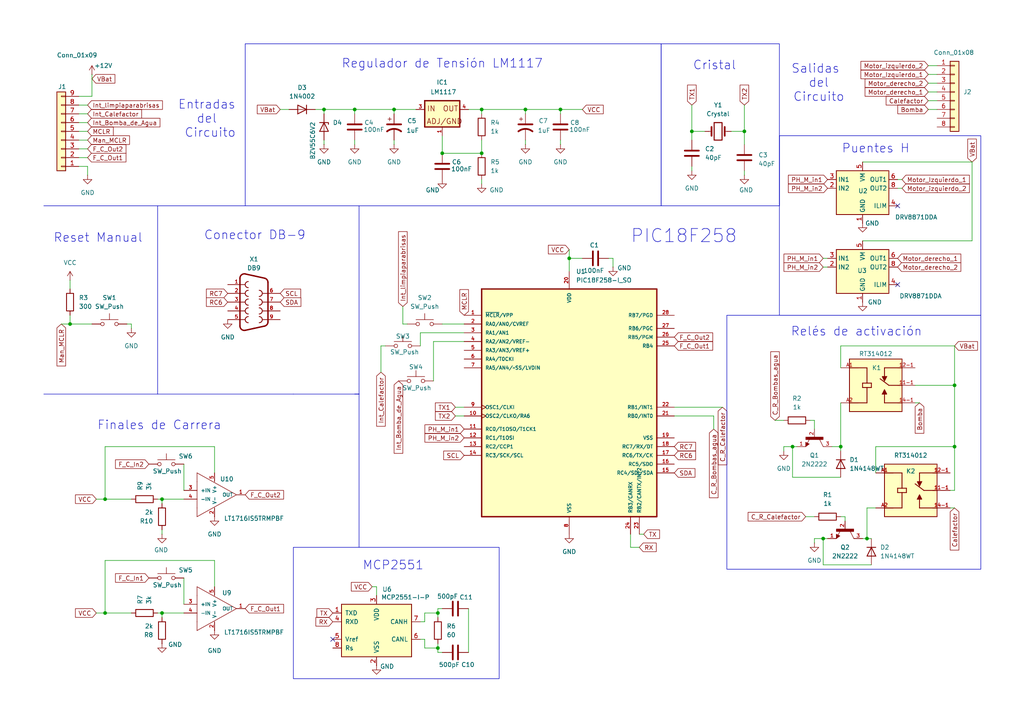
<source format=kicad_sch>
(kicad_sch (version 20250114) (generator "eeschema") (generator_version "9.0")
  (paper "A4")
  (title_block (title "Proyecto - Limpia Parabrisas") (date "2025-03-26") (company "Universidad de Barcelona") (comment 1 "Argibay Manuel, Yang Alex"))
  (rectangle (start 191.77 12.7) (end 226.06 59.69))
  (rectangle (start 85.09 158.75) (end 144.78 196.85))
  (rectangle (start 71.12 12.7) (end 191.77 59.69))
  (rectangle (start 226.06 39.37) (end 284.48 91.44))
  (rectangle (start 210.82 91.44) (end 284.48 165.1))
  (text "Relés de activación" (at 248.412 96.266 0) (effects (font (size 2.54 2.54))))
  (text "Entradas \ndel \nCircuito" (at 60.96 34.544 0) (effects (font (size 2.54 2.54))))
  (text "Cristal" (at 207.264 19.05 0) (effects (font (size 2.54 2.54))))
  (text "Conector DB-9\n" (at 73.914 68.326 0) (effects (font (size 2.54 2.54))))
  (text "PIC18F258\n" (at 198.374 68.58 0) (effects (font (size 3.81 3.81))))
  (text "Regulador de Tensión LM1117" (at 128.27 18.542 0) (effects (font (size 2.54 2.54))))
  (text "Puentes H" (at 254 43.18 0) (effects (font (size 2.54 2.54))))
  (text "MCP2551" (at 114.046 164.084 0) (effects (font (size 2.54 2.54))))
  (text "Reset Manual" (at 28.448 69.088 0) (effects (font (size 2.54 2.54))))
  (text "Finales de Carrera" (at 46.228 123.444 0) (effects (font (size 2.54 2.54))))
  (text "Salidas \ndel\nCircuito" (at 237.49 24.13 0) (effects (font (size 2.54 2.54))))
  (junction (at 139.7 44.45))
  (junction (at 200.66 38.1))
  (junction (at 229.87 129.54))
  (junction (at 215.9 38.1))
  (junction (at 127 187.96))
  (junction (at 30.48 177.8))
  (junction (at 30.48 144.78))
  (junction (at 102.87 31.75))
  (junction (at 46.99 144.78))
  (junction (at 20.32 93.98))
  (junction (at 243.84 129.54))
  (junction (at 127 177.8))
  (junction (at 238.76 156.21))
  (junction (at 251.46 156.21))
  (junction (at 139.7 31.75))
  (junction (at 165.1 74.93))
  (junction (at 276.86 129.54))
  (junction (at 128.27 44.45))
  (junction (at 152.4 31.75))
  (junction (at 276.86 111.76))
  (junction (at 46.99 177.8))
  (junction (at 162.56 31.75))
  (junction (at 93.98 31.75))
  (junction (at 114.3 31.75))
  (no_connect (at 96.52 185.42))
  (no_connect (at 260.35 59.69))
  (no_connect (at 260.35 82.55))
  (wire (pts (xy 276.86 111.76) (xy 276.86 129.54)))
  (wire (pts (xy 182.88 158.75) (xy 182.88 154.94)))
  (wire (pts (xy 46.99 144.78) (xy 46.99 146.05)))
  (wire (pts (xy 125.73 110.49) (xy 125.73 99.06)))
  (wire (pts (xy 53.34 134.62) (xy 53.34 142.24)))
  (wire (pts (xy 224.79 121.92) (xy 227.33 121.92)))
  (wire (pts (xy 238.76 74.93) (xy 240.03 74.93)))
  (wire (pts (xy 243.84 106.68) (xy 243.84 100.33)))
  (wire (pts (xy 269.24 19.05) (xy 271.78 19.05)))
  (polyline (pts (xy 104.14 114.3) (xy 104.14 158.75)))
  (wire (pts (xy 123.19 180.34) (xy 123.19 177.8)))
  (wire (pts (xy 215.9 30.48) (xy 215.9 38.1)))
  (wire (pts (xy 30.48 177.8) (xy 38.1 177.8)))
  (wire (pts (xy 22.86 38.1) (xy 25.4 38.1)))
  (wire (pts (xy 109.22 170.18) (xy 109.22 172.72)))
  (wire (pts (xy 243.84 129.54) (xy 243.84 130.81)))
  (wire (pts (xy 25.4 48.26) (xy 25.4 50.8)))
  (wire (pts (xy 252.73 163.83) (xy 238.76 163.83)))
  (wire (pts (xy 215.9 49.53) (xy 215.9 50.8)))
  (wire (pts (xy 185.42 158.75) (xy 182.88 158.75)))
  (wire (pts (xy 121.92 100.33) (xy 121.92 96.52)))
  (wire (pts (xy 45.72 177.8) (xy 46.99 177.8)))
  (wire (pts (xy 135.89 31.75) (xy 139.7 31.75)))
  (wire (pts (xy 250.19 69.85) (xy 281.94 69.85)))
  (wire (pts (xy 30.48 129.54) (xy 30.48 144.78)))
  (wire (pts (xy 238.76 156.21) (xy 238.76 163.83)))
  (wire (pts (xy 127 177.8) (xy 127 179.07)))
  (wire (pts (xy 22.86 48.26) (xy 25.4 48.26)))
  (wire (pts (xy 236.22 121.92) (xy 236.22 124.46)))
  (wire (pts (xy 233.68 149.86) (xy 236.22 149.86)))
  (wire (pts (xy 241.3 129.54) (xy 243.84 129.54)))
  (wire (pts (xy 269.24 26.67) (xy 271.78 26.67)))
  (wire (pts (xy 177.8 74.93) (xy 177.8 77.47)))
  (wire (pts (xy 265.43 111.76) (xy 276.86 111.76)))
  (wire (pts (xy 22.86 40.64) (xy 25.4 40.64)))
  (wire (pts (xy 110.49 100.33) (xy 111.76 100.33)))
  (wire (pts (xy 116.84 88.9) (xy 116.84 93.98)))
  (wire (pts (xy 227.33 129.54) (xy 229.87 129.54)))
  (wire (pts (xy 127 187.96) (xy 127 186.69)))
  (wire (pts (xy 200.66 30.48) (xy 200.66 38.1)))
  (wire (pts (xy 132.08 118.11) (xy 134.62 118.11)))
  (wire (pts (xy 81.28 31.75) (xy 83.82 31.75)))
  (wire (pts (xy 250.19 156.21) (xy 251.46 156.21)))
  (wire (pts (xy 22.86 45.72) (xy 25.4 45.72)))
  (wire (pts (xy 128.27 93.98) (xy 134.62 93.98)))
  (wire (pts (xy 30.48 144.78) (xy 27.94 144.78)))
  (wire (pts (xy 132.08 120.65) (xy 134.62 120.65)))
  (wire (pts (xy 30.48 162.56) (xy 62.23 162.56)))
  (wire (pts (xy 236.22 157.48) (xy 236.22 156.21)))
  (wire (pts (xy 207.01 124.46) (xy 207.01 120.65)))
  (wire (pts (xy 123.19 187.96) (xy 127 187.96)))
  (wire (pts (xy 30.48 129.54) (xy 62.23 129.54)))
  (wire (pts (xy 93.98 31.75) (xy 102.87 31.75)))
  (wire (pts (xy 123.19 177.8) (xy 127 177.8)))
  (wire (pts (xy 276.86 129.54) (xy 276.86 142.24)))
  (wire (pts (xy 251.46 147.32) (xy 254 147.32)))
  (wire (pts (xy 121.92 96.52) (xy 134.62 96.52)))
  (wire (pts (xy 107.95 170.18) (xy 109.22 170.18)))
  (wire (pts (xy 139.7 31.75) (xy 139.7 33.02)))
  (wire (pts (xy 114.3 40.64) (xy 114.3 41.91)))
  (wire (pts (xy 91.44 31.75) (xy 93.98 31.75)))
  (wire (pts (xy 127 176.53) (xy 127 177.8)))
  (wire (pts (xy 275.59 142.24) (xy 276.86 142.24)))
  (wire (pts (xy 195.58 118.11) (xy 209.55 118.11)))
  (wire (pts (xy 123.19 187.96) (xy 123.19 185.42)))
  (wire (pts (xy 200.66 38.1) (xy 200.66 40.64)))
  (wire (pts (xy 53.34 144.78) (xy 46.99 144.78)))
  (wire (pts (xy 38.1 93.98) (xy 38.1 95.25)))
  (wire (pts (xy 243.84 116.84) (xy 243.84 129.54)))
  (wire (pts (xy 165.1 74.93) (xy 165.1 78.74)))
  (wire (pts (xy 251.46 156.21) (xy 252.73 156.21)))
  (wire (pts (xy 139.7 40.64) (xy 139.7 44.45)))
  (wire (pts (xy 110.49 107.95) (xy 110.49 100.33)))
  (wire (pts (xy 62.23 129.54) (xy 62.23 137.16)))
  (wire (pts (xy 229.87 129.54) (xy 231.14 129.54)))
  (polyline (pts (xy 12.7 114.3) (xy 85.09 114.3)))
  (wire (pts (xy 162.56 31.75) (xy 168.91 31.75)))
  (wire (pts (xy 22.86 27.94) (xy 26.67 27.94)))
  (wire (pts (xy 20.32 81.28) (xy 20.32 83.82)))
  (wire (pts (xy 243.84 149.86) (xy 245.11 149.86)))
  (wire (pts (xy 250.19 46.99) (xy 281.94 46.99)))
  (wire (pts (xy 245.11 149.86) (xy 245.11 151.13)))
  (wire (pts (xy 102.87 31.75) (xy 102.87 33.02)))
  (wire (pts (xy 102.87 40.64) (xy 102.87 41.91)))
  (wire (pts (xy 243.84 100.33) (xy 276.86 100.33)))
  (wire (pts (xy 114.3 31.75) (xy 120.65 31.75)))
  (wire (pts (xy 269.24 31.75) (xy 271.78 31.75)))
  (wire (pts (xy 227.33 130.81) (xy 227.33 129.54)))
  (wire (pts (xy 128.27 176.53) (xy 127 176.53)))
  (wire (pts (xy 36.83 93.98) (xy 38.1 93.98)))
  (wire (pts (xy 260.35 52.07) (xy 261.62 52.07)))
  (wire (pts (xy 162.56 31.75) (xy 162.56 33.02)))
  (wire (pts (xy 30.48 144.78) (xy 38.1 144.78)))
  (wire (pts (xy 128.27 44.45) (xy 139.7 44.45)))
  (wire (pts (xy 125.73 99.06) (xy 134.62 99.06)))
  (wire (pts (xy 165.1 72.39) (xy 165.1 74.93)))
  (wire (pts (xy 45.72 144.78) (xy 46.99 144.78)))
  (wire (pts (xy 215.9 38.1) (xy 215.9 41.91)))
  (wire (pts (xy 234.95 121.92) (xy 236.22 121.92)))
  (wire (pts (xy 229.87 129.54) (xy 229.87 138.43)))
  (wire (pts (xy 46.99 177.8) (xy 46.99 179.07)))
  (wire (pts (xy 93.98 31.75) (xy 93.98 33.02)))
  (wire (pts (xy 17.78 93.98) (xy 20.32 93.98)))
  (wire (pts (xy 20.32 91.44) (xy 20.32 93.98)))
  (wire (pts (xy 281.94 46.99) (xy 281.94 69.85)))
  (wire (pts (xy 139.7 52.07) (xy 139.7 53.34)))
  (wire (pts (xy 135.89 176.53) (xy 135.89 189.23)))
  (wire (pts (xy 269.24 29.21) (xy 271.78 29.21)))
  (wire (pts (xy 114.3 31.75) (xy 114.3 33.02)))
  (wire (pts (xy 200.66 38.1) (xy 204.47 38.1)))
  (wire (pts (xy 207.01 120.65) (xy 195.58 120.65)))
  (wire (pts (xy 243.84 138.43) (xy 229.87 138.43)))
  (wire (pts (xy 165.1 74.93) (xy 168.91 74.93)))
  (wire (pts (xy 139.7 31.75) (xy 152.4 31.75)))
  (wire (pts (xy 186.69 154.94) (xy 185.42 154.94)))
  (wire (pts (xy 22.86 35.56) (xy 25.4 35.56)))
  (wire (pts (xy 22.86 33.02) (xy 25.4 33.02)))
  (wire (pts (xy 269.24 21.59) (xy 271.78 21.59)))
  (wire (pts (xy 20.32 93.98) (xy 26.67 93.98)))
  (wire (pts (xy 254 129.54) (xy 276.86 129.54)))
  (polyline (pts (xy 85.09 114.3) (xy 104.14 114.3)))
  (wire (pts (xy 200.66 48.26) (xy 200.66 49.53)))
  (wire (pts (xy 238.76 156.21) (xy 240.03 156.21)))
  (wire (pts (xy 128.27 39.37) (xy 128.27 44.45)))
  (polyline (pts (xy 102.87 114.3) (xy 104.14 114.3)))
  (wire (pts (xy 152.4 40.64) (xy 152.4 41.91)))
  (wire (pts (xy 176.53 74.93) (xy 177.8 74.93)))
  (wire (pts (xy 53.34 177.8) (xy 46.99 177.8)))
  (wire (pts (xy 269.24 24.13) (xy 271.78 24.13)))
  (wire (pts (xy 93.98 40.64) (xy 93.98 41.91)))
  (wire (pts (xy 30.48 177.8) (xy 27.94 177.8)))
  (polyline (pts (xy 45.72 59.69) (xy 45.72 114.3)))
  (wire (pts (xy 212.09 38.1) (xy 215.9 38.1)))
  (wire (pts (xy 127 187.96) (xy 127 189.23)))
  (wire (pts (xy 121.92 185.42) (xy 123.19 185.42)))
  (wire (pts (xy 238.76 77.47) (xy 240.03 77.47)))
  (wire (pts (xy 152.4 31.75) (xy 152.4 33.02)))
  (wire (pts (xy 22.86 30.48) (xy 25.4 30.48)))
  (wire (pts (xy 260.35 54.61) (xy 261.62 54.61)))
  (wire (pts (xy 22.86 43.18) (xy 25.4 43.18)))
  (wire (pts (xy 53.34 167.64) (xy 53.34 175.26)))
  (wire (pts (xy 236.22 156.21) (xy 238.76 156.21)))
  (wire (pts (xy 30.48 162.56) (xy 30.48 177.8)))
  (wire (pts (xy 121.92 180.34) (xy 123.19 180.34)))
  (wire (pts (xy 276.86 147.32) (xy 275.59 147.32)))
  (wire (pts (xy 26.67 21.59) (xy 26.67 27.94)))
  (wire (pts (xy 102.87 31.75) (xy 114.3 31.75)))
  (wire (pts (xy 127 189.23) (xy 128.27 189.23)))
  (polyline (pts (xy 12.7 59.69) (xy 71.12 59.69)))
  (wire (pts (xy 251.46 156.21) (xy 251.46 147.32)))
  (wire (pts (xy 62.23 162.56) (xy 62.23 170.18)))
  (wire (pts (xy 162.56 40.64) (xy 162.56 41.91)))
  (polyline (pts (xy 104.14 59.69) (xy 104.14 114.3)))
  (wire (pts (xy 116.84 93.98) (xy 118.11 93.98)))
  (wire (pts (xy 276.86 100.33) (xy 276.86 111.76)))
  (wire (pts (xy 254 137.16) (xy 254 129.54)))
  (wire (pts (xy 46.99 153.67) (xy 46.99 154.94)))
  (wire (pts (xy 265.43 116.84) (xy 266.7 116.84)))
  (wire (pts (xy 152.4 31.75) (xy 162.56 31.75)))
  (global_label "C_R_Bombas_agua" (shape input) (at 207.01 124.46 270) (property "Intersheetrefs" "${INTERSHEET_REFS}" (effects (hide yes))))
  (global_label "VBat" (shape input) (at 26.67 22.86 0) (property "Intersheetrefs" "${INTERSHEET_REFS}" (effects (hide yes))))
  (global_label "Calefactor" (shape input) (at 276.86 147.32 270) (property "Intersheetrefs" "${INTERSHEET_REFS}" (effects (hide yes))))
  (global_label "Int_limpiaparabrisas" (shape input) (at 116.84 88.9 90) (property "Intersheetrefs" "${INTERSHEET_REFS}" (effects (hide yes))))
  (global_label "F_C_Out1" (shape input) (at 71.12 176.53 0) (property "Intersheetrefs" "${INTERSHEET_REFS}" (effects (hide yes))))
  (global_label "Motor_derecho_2" (shape input) (at 260.35 77.47 0) (property "Intersheetrefs" "${INTERSHEET_REFS}" (effects (hide yes))))
  (global_label "RX" (shape input) (at 185.42 158.75 0) (property "Intersheetrefs" "${INTERSHEET_REFS}" (effects (hide yes))))
  (global_label "TX1" (shape input) (at 200.66 30.48 90) (property "Intersheetrefs" "${INTERSHEET_REFS}" (effects (hide yes))))
  (global_label "PH_M_in1" (shape input) (at 134.62 124.46 180) (property "Intersheetrefs" "${INTERSHEET_REFS}" (effects (hide yes))))
  (global_label "MCLR" (shape input) (at 134.62 91.44 90) (property "Intersheetrefs" "${INTERSHEET_REFS}" (effects (hide yes))))
  (global_label "Motor_derecho_1" (shape input) (at 269.24 26.67 180) (property "Intersheetrefs" "${INTERSHEET_REFS}" (effects (hide yes))))
  (global_label "F_C_Out2" (shape input) (at 25.4 43.18 0) (property "Intersheetrefs" "${INTERSHEET_REFS}" (effects (hide yes))))
  (global_label "TX2" (shape input) (at 215.9 30.48 90) (property "Intersheetrefs" "${INTERSHEET_REFS}" (effects (hide yes))))
  (global_label "Man_MCLR" (shape input) (at 17.78 93.98 270) (property "Intersheetrefs" "${INTERSHEET_REFS}" (effects (hide yes))))
  (global_label "TX" (shape input) (at 96.52 177.8 180) (property "Intersheetrefs" "${INTERSHEET_REFS}" (effects (hide yes))))
  (global_label "F_C_In1" (shape input) (at 43.18 167.64 180) (property "Intersheetrefs" "${INTERSHEET_REFS}" (effects (hide yes))))
  (global_label "Motor_izquierdo_2" (shape input) (at 269.24 19.05 180) (property "Intersheetrefs" "${INTERSHEET_REFS}" (effects (hide yes))))
  (global_label "VCC" (shape input) (at 107.95 170.18 180) (property "Intersheetrefs" "${INTERSHEET_REFS}" (effects (hide yes))))
  (global_label "Calefactor" (shape input) (at 269.24 29.21 180) (property "Intersheetrefs" "${INTERSHEET_REFS}" (effects (hide yes))))
  (global_label "Int_Calefactor" (shape input) (at 25.4 33.02 0) (property "Intersheetrefs" "${INTERSHEET_REFS}" (effects (hide yes))))
  (global_label "RC7" (shape input) (at 195.58 129.54 0) (property "Intersheetrefs" "${INTERSHEET_REFS}" (effects (hide yes))))
  (global_label "VCC" (shape input) (at 27.94 144.78 180) (property "Intersheetrefs" "${INTERSHEET_REFS}" (effects (hide yes))))
  (global_label "Motor_Izquierdo_1" (shape input) (at 261.62 52.07 0) (property "Intersheetrefs" "${INTERSHEET_REFS}" (effects (hide yes))))
  (global_label "Motor_Izquierdo_1" (shape input) (at 269.24 21.59 180) (property "Intersheetrefs" "${INTERSHEET_REFS}" (effects (hide yes))))
  (global_label "TX" (shape input) (at 186.69 154.94 0) (property "Intersheetrefs" "${INTERSHEET_REFS}" (effects (hide yes))))
  (global_label "RC6" (shape input) (at 66.04 87.63 180) (property "Intersheetrefs" "${INTERSHEET_REFS}" (effects (hide yes))))
  (global_label "F_C_Out2" (shape input) (at 195.58 97.79 0) (property "Intersheetrefs" "${INTERSHEET_REFS}" (effects (hide yes))))
  (global_label "SDA" (shape input) (at 81.28 87.63 0) (property "Intersheetrefs" "${INTERSHEET_REFS}" (effects (hide yes))))
  (global_label "VCC" (shape input) (at 27.94 177.8 180) (property "Intersheetrefs" "${INTERSHEET_REFS}" (effects (hide yes))))
  (global_label "VCC" (shape input) (at 165.1 72.39 180) (property "Intersheetrefs" "${INTERSHEET_REFS}" (effects (hide yes))))
  (global_label "TX2" (shape input) (at 132.08 120.65 180) (property "Intersheetrefs" "${INTERSHEET_REFS}" (effects (hide yes))))
  (global_label "Int_Bomba_de_Agua" (shape input) (at 25.4 35.56 0) (property "Intersheetrefs" "${INTERSHEET_REFS}" (effects (hide yes))))
  (global_label "F_C_Out1" (shape input) (at 25.4 45.72 0) (property "Intersheetrefs" "${INTERSHEET_REFS}" (effects (hide yes))))
  (global_label "RC7" (shape input) (at 66.04 85.09 180) (property "Intersheetrefs" "${INTERSHEET_REFS}" (effects (hide yes))))
  (global_label "Int_Bomba_de_Agua" (shape input) (at 115.57 110.49 270) (property "Intersheetrefs" "${INTERSHEET_REFS}" (effects (hide yes))))
  (global_label "MCLR" (shape input) (at 25.4 38.1 0) (property "Intersheetrefs" "${INTERSHEET_REFS}" (effects (hide yes))))
  (global_label "SDA" (shape input) (at 195.58 137.16 0) (property "Intersheetrefs" "${INTERSHEET_REFS}" (effects (hide yes))))
  (global_label "F_C_Out1" (shape input) (at 195.58 100.33 0) (property "Intersheetrefs" "${INTERSHEET_REFS}" (effects (hide yes))))
  (global_label "Bomba" (shape input) (at 266.7 116.84 270) (property "Intersheetrefs" "${INTERSHEET_REFS}" (effects (hide yes))))
  (global_label "F_C_Out2" (shape input) (at 71.12 143.51 0) (property "Intersheetrefs" "${INTERSHEET_REFS}" (effects (hide yes))))
  (global_label "F_C_In2" (shape input) (at 43.18 134.62 180) (property "Intersheetrefs" "${INTERSHEET_REFS}" (effects (hide yes))))
  (global_label "Int_Calefactor" (shape input) (at 110.49 107.95 270) (property "Intersheetrefs" "${INTERSHEET_REFS}" (effects (hide yes))))
  (global_label "Motor_derecho_1" (shape input) (at 260.35 74.93 0) (property "Intersheetrefs" "${INTERSHEET_REFS}" (effects (hide yes))))
  (global_label "PH_M_in1" (shape input) (at 238.76 74.93 180) (property "Intersheetrefs" "${INTERSHEET_REFS}" (effects (hide yes))))
  (global_label "RC6" (shape input) (at 195.58 132.08 0) (property "Intersheetrefs" "${INTERSHEET_REFS}" (effects (hide yes))))
  (global_label "PH_M_in2" (shape input) (at 134.62 127 180) (property "Intersheetrefs" "${INTERSHEET_REFS}" (effects (hide yes))))
  (global_label "PH_M_in1" (shape input) (at 240.03 52.07 180) (property "Intersheetrefs" "${INTERSHEET_REFS}" (effects (hide yes))))
  (global_label "PH_M_in2" (shape input) (at 238.76 77.47 180) (property "Intersheetrefs" "${INTERSHEET_REFS}" (effects (hide yes))))
  (global_label "VBat" (shape input) (at 276.86 100.33 0) (property "Intersheetrefs" "${INTERSHEET_REFS}" (effects (hide yes))))
  (global_label "C_R_Calefactor" (shape input) (at 209.55 118.11 270) (property "Intersheetrefs" "${INTERSHEET_REFS}" (effects (hide yes))))
  (global_label "TX1" (shape input) (at 132.08 118.11 180) (property "Intersheetrefs" "${INTERSHEET_REFS}" (effects (hide yes))))
  (global_label "VBat" (shape input) (at 281.94 46.99 90) (property "Intersheetrefs" "${INTERSHEET_REFS}" (effects (hide yes))))
  (global_label "RX" (shape input) (at 96.52 180.34 180) (property "Intersheetrefs" "${INTERSHEET_REFS}" (effects (hide yes))))
  (global_label "C_R_Calefactor" (shape input) (at 233.68 149.86 180) (property "Intersheetrefs" "${INTERSHEET_REFS}" (effects (hide yes))))
  (global_label "PH_M_in2" (shape input) (at 240.03 54.61 180) (property "Intersheetrefs" "${INTERSHEET_REFS}" (effects (hide yes))))
  (global_label "Int_limpiaparabrisas" (shape input) (at 25.4 30.48 0) (property "Intersheetrefs" "${INTERSHEET_REFS}" (effects (hide yes))))
  (global_label "Motor_derecho_2" (shape input) (at 269.24 24.13 180) (property "Intersheetrefs" "${INTERSHEET_REFS}" (effects (hide yes))))
  (global_label "VBat" (shape input) (at 81.28 31.75 180) (property "Intersheetrefs" "${INTERSHEET_REFS}" (effects (hide yes))))
  (global_label "Man_MCLR" (shape input) (at 25.4 40.64 0) (property "Intersheetrefs" "${INTERSHEET_REFS}" (effects (hide yes))))
  (global_label "VCC" (shape input) (at 168.91 31.75 0) (property "Intersheetrefs" "${INTERSHEET_REFS}" (effects (hide yes))))
  (global_label "Bomba" (shape input) (at 269.24 31.75 180) (property "Intersheetrefs" "${INTERSHEET_REFS}" (effects (hide yes))))
  (global_label "Motor_izquierdo_2" (shape input) (at 261.62 54.61 0) (property "Intersheetrefs" "${INTERSHEET_REFS}" (effects (hide yes))))
  (global_label "C_R_Bombas_agua" (shape input) (at 224.79 121.92 90) (property "Intersheetrefs" "${INTERSHEET_REFS}" (effects (hide yes))))
  (global_label "SCL" (shape input) (at 81.28 85.09 0) (property "Intersheetrefs" "${INTERSHEET_REFS}" (effects (hide yes))))
  (global_label "SCL" (shape input) (at 134.62 132.08 180) (property "Intersheetrefs" "${INTERSHEET_REFS}" (effects (hide yes))))
  (symbol (lib_id "power:GND") (at 152.4 41.91 0) (unit 1)
    (property "Reference" "#PWR019" (effects (hide yes)))
    (property "Value" "GND" (at 152.4 46.99 0))
    (property "Description" "Power symbol creates a global label with name \"GND\" , ground" (effects (hide yes)))
  )
  (symbol (lib_id "RT314012:RT314012") (at 264.16 142.24 0) (unit 1)
    (property "Reference" "K2" (at 264.16 136.652 0))
    (property "Value" "RT314012" (at 264.16 132.08 0))
    (property "Footprint" "RT314012:RELAY_9-1393239-5" (effects (hide yes)))
    (property "Comment" "9-1393239-5" (effects (hide yes)))
    (property "MF" "TE Connectivity" (effects (hide yes)))
    (property "MAXIMUM_PACKAGE_HEIGHT" "15.7 mm" (effects (hide yes)))
    (property "Package" "None" (effects (hide yes)))
    (property "Price" "None" (effects (hide yes)))
    (property "Check_prices" "https://www.snapeda.com/parts/RT314012/TE+Connectivity+Potter+%2526+Brumfield+Relays/view-part/?ref=eda" (effects (hide yes)))
    (property "STANDARD" "Manufacturer Recommendations" (effects (hide yes)))
    (property "PARTREV" "0120" (effects (hide yes)))
    (property "SnapEDA_Link" "https://www.snapeda.com/parts/RT314012/TE+Connectivity+Potter+%2526+Brumfield+Relays/view-part/?ref=snap" (effects (hide yes)))
    (property "MP" "RT314012" (effects (hide yes)))
    (property "Description_1" "General Purpose Relay SPDT (1 Form C) 12VDC Coil Through Hole" (effects (hide yes)))
    (property "Availability" "In Stock" (effects (hide yes)))
    (property "MANUFACTURER" "TE Connectivity" (effects (hide yes)))
  )
  (symbol (lib_id "Connector_Generic:Conn_01x08") (at 276.86 26.67 0) (unit 1)
    (property "Reference" "J2" (at 279.4 26.6699 0) (effects (justify left)))
    (property "Value" "Conn_01x08" (at 270.764 15.24 0) (effects (justify left)))
    (property "Description" "Generic connector, single row, 01x08, script generated (kicad-library-utils/schlib/autogen/connector/)" (effects (hide yes)))
  )
  (symbol (lib_id "Device:R") (at 231.14 121.92 90) (unit 1)
    (property "Reference" "R2" (at 231.14 115.57 90))
    (property "Value" "1k" (at 231.14 118.11 90))
    (property "Description" "Resistor" (effects (hide yes)))
  )
  (symbol (lib_id "Connector_Generic:Conn_01x09") (at 17.78 38.1 180) (unit 1)
    (property "Reference" "J1" (at 18.034 25.146 0))
    (property "Value" "Conn_01x09" (at 22.352 16.002 0))
    (property "Description" "Generic connector, single row, 01x09, script generated (kicad-library-utils/schlib/autogen/connector/)" (effects (hide yes)))
  )
  (symbol (lib_name "LT1716IS5TRMPBF_1") (lib_id "LT1716IS5TRMPBF:LT1716IS5TRMPBF") (at 41.91 128.27 0) (unit 1)
    (property "Reference" "U10" (at 65.786 138.938 0))
    (property "Value" "LT1716IS5TRMPBF" (at 73.66 150.368 0))
    (property "Footprint" "LT1716IS5TRMPBF:SOT-5_S" (effects (hide yes)))
    (property "DIGIKEY_PART_NUMBER" "LT1716IS5#TRMPBFTRND" (effects (hide yes)))
    (property "MF" "Analog Devices" (effects (hide yes)))
    (property "VENDOR" "Linear Technology" (effects (hide yes)))
    (property "Description_1" "COMPARATOR, 44V, UP, SOT23-5; No. of Comparators:1; Comparator Type:Precision; Response Time:3µs; Output Type:Pull-Up; Current, Supply:40µA; Voltage, Supply Min:2.7V; Voltage, Supply Max:44V; Termination Type:SMD; Case Style:SOT-23; No. of Pins:5; Operating Temperature Range:-40°C to +85°C; Base Number:1716" (effects (hide yes)))
    (property "COPYRIGHT" "Copyright C 2016 Accelerated Designs. All rights reserved" (effects (hide yes)))
    (property "Package" "SOT-5 Analog Devices" (effects (hide yes)))
    (property "Price" "None" (effects (hide yes)))
    (property "Check_prices" "https://www.snapeda.com/parts/LT1716IS5%23TRMPBF/Analog+Devices/view-part/?ref=eda" (effects (hide yes)))
    (property "SnapEDA_Link" "https://www.snapeda.com/parts/LT1716IS5%23TRMPBF/Analog+Devices/view-part/?ref=snap" (effects (hide yes)))
    (property "MP" "LT1716IS5#TRMPBF" (effects (hide yes)))
    (property "Availability" "In Stock" (effects (hide yes)))
    (property "MANUFACTURER_PART_NUMBER" "lt1716is5#trmpbf" (effects (hide yes)))
  )
  (symbol (lib_id "Switch:SW_Push") (at 123.19 93.98 0) (unit 1)
    (property "Reference" "SW2" (at 123.19 86.36 0))
    (property "Value" "SW_Push" (at 123.19 88.9 0))
    (property "Description" "Push button switch, generic, two pins" (effects (hide yes)))
  )
  (symbol (lib_id "power:GND") (at 250.19 64.77 0) (unit 1)
    (property "Reference" "#PWR04" (effects (hide yes)))
    (property "Value" "GND" (at 252.984 64.77 0))
    (property "Description" "Power symbol creates a global label with name \"GND\" , ground" (effects (hide yes)))
  )
  (symbol (lib_name "LT1716IS5TRMPBF_1") (lib_id "LT1716IS5TRMPBF:LT1716IS5TRMPBF") (at 41.91 161.29 0) (unit 1)
    (property "Reference" "U9" (at 65.786 171.958 0))
    (property "Value" "LT1716IS5TRMPBF" (at 73.66 183.388 0))
    (property "Footprint" "LT1716IS5TRMPBF:SOT-5_S" (effects (hide yes)))
    (property "DIGIKEY_PART_NUMBER" "LT1716IS5#TRMPBFTRND" (effects (hide yes)))
    (property "MF" "Analog Devices" (effects (hide yes)))
    (property "VENDOR" "Linear Technology" (effects (hide yes)))
    (property "Description_1" "COMPARATOR, 44V, UP, SOT23-5; No. of Comparators:1; Comparator Type:Precision; Response Time:3µs; Output Type:Pull-Up; Current, Supply:40µA; Voltage, Supply Min:2.7V; Voltage, Supply Max:44V; Termination Type:SMD; Case Style:SOT-23; No. of Pins:5; Operating Temperature Range:-40°C to +85°C; Base Number:1716" (effects (hide yes)))
    (property "COPYRIGHT" "Copyright C 2016 Accelerated Designs. All rights reserved" (effects (hide yes)))
    (property "Package" "SOT-5 Analog Devices" (effects (hide yes)))
    (property "Price" "None" (effects (hide yes)))
    (property "Check_prices" "https://www.snapeda.com/parts/LT1716IS5%23TRMPBF/Analog+Devices/view-part/?ref=eda" (effects (hide yes)))
    (property "SnapEDA_Link" "https://www.snapeda.com/parts/LT1716IS5%23TRMPBF/Analog+Devices/view-part/?ref=snap" (effects (hide yes)))
    (property "MP" "LT1716IS5#TRMPBF" (effects (hide yes)))
    (property "Availability" "In Stock" (effects (hide yes)))
    (property "MANUFACTURER_PART_NUMBER" "lt1716is5#trmpbf" (effects (hide yes)))
  )
  (symbol (lib_id "Switch:SW_Push") (at 48.26 134.62 0) (unit 1)
    (property "Reference" "SW6" (at 53.848 132.334 0))
    (property "Value" "SW_Push" (at 48.514 136.652 0))
    (property "Description" "Push button switch, generic, two pins" (effects (hide yes)))
  )
  (symbol (lib_id "Device:C") (at 102.87 36.83 0) (unit 1)
    (property "Reference" "C4" (at 105.664 35.56 0) (effects (justify left)))
    (property "Value" "100nF" (at 105.41 37.592 0) (effects (justify left)))
    (property "Description" "Unpolarized capacitor" (effects (hide yes)))
  )
  (symbol (lib_id "power:GND") (at 139.7 53.34 0) (unit 1)
    (property "Reference" "#PWR016" (effects (hide yes)))
    (property "Value" "GND" (at 144.018 55.118 0))
    (property "Description" "Power symbol creates a global label with name \"GND\" , ground" (effects (hide yes)))
  )
  (symbol (lib_id "power:GND") (at 114.3 41.91 0) (unit 1)
    (property "Reference" "#PWR018" (effects (hide yes)))
    (property "Value" "GND" (at 114.3 46.99 0))
    (property "Description" "Power symbol creates a global label with name \"GND\" , ground" (effects (hide yes)))
  )
  (symbol (lib_id "power:GND") (at 250.19 87.63 0) (unit 1)
    (property "Reference" "#PWR05" (effects (hide yes)))
    (property "Value" "GND" (at 253.746 87.63 0))
    (property "Description" "Power symbol creates a global label with name \"GND\" , ground" (effects (hide yes)))
  )
  (symbol (lib_id "Device:R") (at 41.91 177.8 270) (unit 1)
    (property "Reference" "R7" (at 40.6399 175.26 0) (effects (justify right)))
    (property "Value" "3k" (at 43.1799 175.26 0) (effects (justify right)))
    (property "Description" "Resistor" (effects (hide yes)))
  )
  (symbol (lib_id "RT314012:RT314012") (at 254 111.76 0) (unit 1)
    (property "Reference" "K1" (at 254.254 106.68 0))
    (property "Value" "RT314012" (at 254 102.616 0))
    (property "Footprint" "RT314012:RELAY_9-1393239-5" (effects (hide yes)))
    (property "Comment" "9-1393239-5" (effects (hide yes)))
    (property "MF" "TE Connectivity" (effects (hide yes)))
    (property "MAXIMUM_PACKAGE_HEIGHT" "15.7 mm" (effects (hide yes)))
    (property "Package" "None" (effects (hide yes)))
    (property "Price" "None" (effects (hide yes)))
    (property "Check_prices" "https://www.snapeda.com/parts/RT314012/TE+Connectivity+Potter+%2526+Brumfield+Relays/view-part/?ref=eda" (effects (hide yes)))
    (property "STANDARD" "Manufacturer Recommendations" (effects (hide yes)))
    (property "PARTREV" "0120" (effects (hide yes)))
    (property "SnapEDA_Link" "https://www.snapeda.com/parts/RT314012/TE+Connectivity+Potter+%2526+Brumfield+Relays/view-part/?ref=snap" (effects (hide yes)))
    (property "MP" "RT314012" (effects (hide yes)))
    (property "Description_1" "General Purpose Relay SPDT (1 Form C) 12VDC Coil Through Hole" (effects (hide yes)))
    (property "Availability" "In Stock" (effects (hide yes)))
    (property "MANUFACTURER" "TE Connectivity" (effects (hide yes)))
  )
  (symbol (lib_id "Interface_CAN_LIN:MCP2551-I-P") (at 109.22 182.88 0) (unit 1)
    (property "Reference" "U6" (at 112.268 170.942 0))
    (property "Value" "MCP2551-I-P" (at 117.602 173.228 0))
    (property "Footprint" "Package_DIP:DIP-8_W7.62mm" (effects (hide yes)))
    (property "Datasheet" "http://ww1.microchip.com/downloads/en/devicedoc/21667d.pdf" (effects (hide yes)))
    (property "Description" "High-Speed CAN Transceiver, 1Mbps, 5V supply, DIP-8" (effects (hide yes)))
  )
  (symbol (lib_id "LM1117:LM1117") (at 128.27 31.75 0) (unit 1)
    (property "Reference" "IC1" (at 128.27 23.876 0))
    (property "Value" "LM1117" (at 128.5954 26.67 0))
    (property "MF" "Texas Instruments" (effects (hide yes)))
    (property "Description_1" "1A Low Dropout Positive Voltage Regulator" (effects (hide yes)))
    (property "Package" "None" (effects (hide yes)))
    (property "Price" "None" (effects (hide yes)))
    (property "SnapEDA_Link" "https://www.snapeda.com/parts/LM1117/Texas+Instruments/view-part/?ref=snap" (effects (hide yes)))
    (property "MP" "LM1117" (effects (hide yes)))
    (property "Availability" "Not in stock" (effects (hide yes)))
    (property "Check_prices" "https://www.snapeda.com/parts/LM1117/Texas+Instruments/view-part/?ref=eda" (effects (hide yes)))
  )
  (symbol (lib_id "Device:R") (at 41.91 144.78 270) (unit 1)
    (property "Reference" "R9" (at 40.6399 142.24 0) (effects (justify right)))
    (property "Value" "3k" (at 43.1799 142.24 0) (effects (justify right)))
    (property "Description" "Resistor" (effects (hide yes)))
  )
  (symbol (lib_id "2N2222:2N2222") (at 245.11 153.67 270) (unit 1)
    (property "Reference" "Q2" (at 245.11 158.75 90))
    (property "Value" "2N2222" (at 245.11 161.29 90))
    (property "Footprint" "2N2222:TO127P580H530-3" (effects (hide yes)))
    (property "MF" "STMicroelectronics" (effects (hide yes)))
    (property "MAXIMUM_PACKAGE_HEIGHT" "7.3 mm" (effects (hide yes)))
    (property "Package" "TO-18 Texas Instruments" (effects (hide yes)))
    (property "Price" "None" (effects (hide yes)))
    (property "Check_prices" "https://www.snapeda.com/parts/2N2222/STMicroelectronics/view-part/?ref=eda" (effects (hide yes)))
    (property "STANDARD" "IPC 7351B" (effects (hide yes)))
    (property "PARTREV" "January 1989" (effects (hide yes)))
    (property "SnapEDA_Link" "https://www.snapeda.com/parts/2N2222/STMicroelectronics/view-part/?ref=snap" (effects (hide yes)))
    (property "MP" "2N2222" (effects (hide yes)))
    (property "Description_1" "Bipolar (BJT) Transistor NPN 30 V 600 mA 250MHz 500 mW Through Hole TO-18" (effects (hide yes)))
    (property "Availability" "Not in stock" (effects (hide yes)))
    (property "MANUFACTURER" "STMicroelectronics" (effects (hide yes)))
  )
  (symbol (lib_id "Device:C_Polarized_US") (at 114.3 36.83 0) (unit 1)
    (property "Reference" "C5" (at 118.11 35.052 0) (effects (justify left)))
    (property "Value" "1uF" (at 117.856 37.846 0) (effects (justify left)))
    (property "Description" "Polarized capacitor, US symbol" (effects (hide yes)))
  )
  (symbol (lib_id "Device:C") (at 132.08 189.23 90) (unit 1)
    (property "Reference" "C10" (at 137.668 192.786 90) (effects (justify left)))
    (property "Value" "500pF" (at 133.35 192.786 90) (effects (justify left)))
    (property "Description" "Unpolarized capacitor" (effects (hide yes)))
  )
  (symbol (lib_id "power:GND") (at 93.98 41.91 0) (unit 1)
    (property "Reference" "#PWR015" (effects (hide yes)))
    (property "Value" "GND" (at 93.98 46.99 0))
    (property "Description" "Power symbol creates a global label with name \"GND\" , ground" (effects (hide yes)))
  )
  (symbol (lib_id "Switch:SW_Push") (at 120.65 110.49 0) (unit 1)
    (property "Reference" "SW4" (at 120.65 106.426 0))
    (property "Value" "SW_Push" (at 120.904 112.522 0))
    (property "Description" "Push button switch, generic, two pins" (effects (hide yes)))
  )
  (symbol (lib_id "power:GND") (at 46.99 154.94 0) (unit 1)
    (property "Reference" "#PWR024" (effects (hide yes)))
    (property "Value" "GND" (at 46.736 159.512 0))
    (property "Description" "Power symbol creates a global label with name \"GND\" , ground" (effects (hide yes)))
  )
  (symbol (lib_id "2N2222:2N2222") (at 236.22 127 270) (unit 1)
    (property "Reference" "Q1" (at 236.22 132.08 90))
    (property "Value" "2N2222" (at 236.22 134.62 90))
    (property "Footprint" "2N2222:TO127P580H530-3" (effects (hide yes)))
    (property "MF" "STMicroelectronics" (effects (hide yes)))
    (property "MAXIMUM_PACKAGE_HEIGHT" "7.3 mm" (effects (hide yes)))
    (property "Package" "TO-18 Texas Instruments" (effects (hide yes)))
    (property "Price" "None" (effects (hide yes)))
    (property "Check_prices" "https://www.snapeda.com/parts/2N2222/STMicroelectronics/view-part/?ref=eda" (effects (hide yes)))
    (property "STANDARD" "IPC 7351B" (effects (hide yes)))
    (property "PARTREV" "January 1989" (effects (hide yes)))
    (property "SnapEDA_Link" "https://www.snapeda.com/parts/2N2222/STMicroelectronics/view-part/?ref=snap" (effects (hide yes)))
    (property "MP" "2N2222" (effects (hide yes)))
    (property "Description_1" "Bipolar (BJT) Transistor NPN 30 V 600 mA 250MHz 500 mW Through Hole TO-18" (effects (hide yes)))
    (property "Availability" "Not in stock" (effects (hide yes)))
    (property "MANUFACTURER" "STMicroelectronics" (effects (hide yes)))
  )
  (symbol (lib_id "power:GND") (at 227.33 130.81 0) (unit 1)
    (property "Reference" "#PWR08" (effects (hide yes)))
    (property "Value" "GND" (at 227.33 135.89 0))
    (property "Description" "Power symbol creates a global label with name \"GND\" , ground" (effects (hide yes)))
  )
  (symbol (lib_id "power:GND") (at 215.9 50.8 0) (unit 1)
    (property "Reference" "#PWR014" (effects (hide yes)))
    (property "Value" "GND" (at 216.408 55.118 0))
    (property "Description" "Power symbol creates a global label with name \"GND\" , ground" (effects (hide yes)))
  )
  (symbol (lib_id "Switch:SW_Push") (at 31.75 93.98 0) (unit 1)
    (property "Reference" "SW1" (at 31.75 86.36 0))
    (property "Value" "SW_Push" (at 31.75 88.9 0))
    (property "Description" "Push button switch, generic, two pins" (effects (hide yes)))
  )
  (symbol (lib_id "Device:R") (at 20.32 87.63 180) (unit 1)
    (property "Reference" "R3" (at 22.86 86.3599 0) (effects (justify right)))
    (property "Value" "300" (at 22.86 88.8999 0) (effects (justify right)))
    (property "Description" "Resistor" (effects (hide yes)))
  )
  (symbol (lib_id "power:GND") (at 62.23 182.88 0) (unit 1)
    (property "Reference" "#PWR023" (effects (hide yes)))
    (property "Value" "GND" (at 62.23 188.722 0))
    (property "Description" "Power symbol creates a global label with name \"GND\" , ground" (effects (hide yes)))
  )
  (symbol (lib_id "power:+12V") (at 26.67 21.59 0) (unit 1)
    (property "Reference" "#PWR01" (effects (hide yes)))
    (property "Value" "+12V" (at 29.972 19.05 0))
    (property "Description" "Power symbol creates a global label with name \"+12V\"" (effects (hide yes)))
  )
  (symbol (lib_id "Device:C") (at 132.08 176.53 90) (unit 1)
    (property "Reference" "C11" (at 137.16 173.228 90) (effects (justify left)))
    (property "Value" "500pF" (at 132.842 172.974 90) (effects (justify left)))
    (property "Description" "Unpolarized capacitor" (effects (hide yes)))
  )
  (symbol (lib_id "Device:C") (at 172.72 74.93 90) (unit 1)
    (property "Reference" "C1" (at 173.736 71.12 90) (effects (justify left)))
    (property "Value" "100nF" (at 175.26 78.486 90) (effects (justify left)))
    (property "Description" "Unpolarized capacitor" (effects (hide yes)))
  )
  (symbol (lib_id "power:GND") (at 66.04 92.71 0) (unit 1)
    (property "Reference" "#PWR021" (effects (hide yes)))
    (property "Value" "GND" (at 66.04 97.79 0))
    (property "Description" "Power symbol creates a global label with name \"GND\" , ground" (effects (hide yes)))
  )
  (symbol (lib_id "Diode:1N4148WT") (at 252.73 160.02 270) (unit 1)
    (property "Reference" "D2" (at 255.27 158.7499 90) (effects (justify left)))
    (property "Value" "1N4148WT" (at 255.27 161.2899 90) (effects (justify left)))
    (property "Footprint" "Diode_SMD:D_SOD-523" (effects (hide yes)))
    (property "Datasheet" "https://www.diodes.com/assets/Datasheets/ds30396.pdf" (effects (hide yes)))
    (property "Description" "75V 0.15A Fast switching Diode, SOD-523" (effects (hide yes)))
    (property "Sim.Device" "D" (effects (hide yes)))
    (property "Sim.Pins" "1=K 2=A" (effects (hide yes)))
  )
  (symbol (lib_id "Device:R") (at 127 182.88 180) (unit 1)
    (property "Reference" "R6" (at 129.54 181.6099 0) (effects (justify right)))
    (property "Value" "60" (at 129.54 184.1499 0) (effects (justify right)))
    (property "Description" "Resistor" (effects (hide yes)))
  )
  (symbol (lib_id "power:GND") (at 177.8 77.47 0) (unit 1)
    (property "Reference" "#PWR010" (effects (hide yes)))
    (property "Value" "GND" (at 181.102 77.724 0))
    (property "Description" "Power symbol creates a global label with name \"GND\" , ground" (effects (hide yes)))
  )
  (symbol (lib_id "power:GND") (at 109.22 193.04 0) (unit 1)
    (property "Reference" "#PWR07" (effects (hide yes)))
    (property "Value" "GND" (at 112.268 193.294 0))
    (property "Description" "Power symbol creates a global label with name \"GND\" , ground" (effects (hide yes)))
  )
  (symbol (lib_id "power:GND") (at 162.56 41.91 0) (unit 1)
    (property "Reference" "#PWR020" (effects (hide yes)))
    (property "Value" "GND" (at 162.56 46.99 0))
    (property "Description" "Power symbol creates a global label with name \"GND\" , ground" (effects (hide yes)))
  )
  (symbol (lib_id "Device:C") (at 215.9 45.72 0) (unit 1)
    (property "Reference" "C3" (at 219.964 44.958 0) (effects (justify left)))
    (property "Value" "40pF" (at 219.964 47.498 0) (effects (justify left)))
    (property "Description" "Unpolarized capacitor" (effects (hide yes)))
  )
  (symbol (lib_id "power:VCC") (at 20.32 81.28 0) (unit 1)
    (property "Reference" "#PWR011" (effects (hide yes)))
    (property "Value" "VCC" (at 20.32 76.2 0))
    (property "Description" "Power symbol creates a global label with name \"VCC\"" (effects (hide yes)))
  )
  (symbol (lib_id "power:GND") (at 25.4 50.8 0) (unit 1)
    (property "Reference" "#PWR02" (effects (hide yes)))
    (property "Value" "GND" (at 25.4 55.88 0))
    (property "Description" "Power symbol creates a global label with name \"GND\" , ground" (effects (hide yes)))
  )
  (symbol (lib_id "Device:R") (at 139.7 36.83 180) (unit 1)
    (property "Reference" "R4" (at 142.24 35.5599 0) (effects (justify right)))
    (property "Value" "1k" (at 142.24 38.0999 0) (effects (justify right)))
    (property "Description" "Resistor" (effects (hide yes)))
  )
  (symbol (lib_id "power:GND") (at 46.99 186.69 0) (unit 1)
    (property "Reference" "#PWR026" (effects (hide yes)))
    (property "Value" "GND" (at 50.8 186.944 0))
    (property "Description" "Power symbol creates a global label with name \"GND\" , ground" (effects (hide yes)))
  )
  (symbol (lib_id "power:GND") (at 200.66 49.53 0) (unit 1)
    (property "Reference" "#PWR013" (effects (hide yes)))
    (property "Value" "GND" (at 200.66 54.61 0))
    (property "Description" "Power symbol creates a global label with name \"GND\" , ground" (effects (hide yes)))
  )
  (symbol (lib_id "power:GND") (at 38.1 95.25 0) (unit 1)
    (property "Reference" "#PWR012" (effects (hide yes)))
    (property "Value" "GND" (at 38.1 100.33 0))
    (property "Description" "Power symbol creates a global label with name \"GND\" , ground" (effects (hide yes)))
  )
  (symbol (lib_id "Driver_Motor:DRV8871DDA") (at 250.19 54.61 0) (unit 1)
    (property "Reference" "U2" (at 248.92 55.372 0) (effects (justify left)))
    (property "Value" "DRV8871DDA" (at 259.588 62.992 0) (effects (justify left)))
    (property "Footprint" "Package_SO:Texas_HTSOP-8-1EP_3.9x4.9mm_P1.27mm_EP2.95x4.9mm_Mask2.4x3.1mm_ThermalVias" (effects (hide yes)))
    (property "Datasheet" "http://www.ti.com/lit/ds/symlink/drv8871.pdf" (effects (hide yes)))
    (property "Description" "Brushed DC Motor Driver, PWM Control, 45V, 3.6A, Current limiting, HTSOP-8" (effects (hide yes)))
  )
  (symbol (lib_id "Device:C") (at 200.66 44.45 0) (unit 1)
    (property "Reference" "C2" (at 204.47 43.1799 0) (effects (justify left)))
    (property "Value" "40pF" (at 204.47 45.7199 0) (effects (justify left)))
    (property "Description" "Unpolarized capacitor" (effects (hide yes)))
  )
  (symbol (lib_id "Device:R") (at 240.03 149.86 90) (unit 1)
    (property "Reference" "R1" (at 240.03 143.51 90))
    (property "Value" "1k" (at 240.03 146.05 90))
    (property "Description" "Resistor" (effects (hide yes)))
  )
  (symbol (lib_id "Device:Crystal") (at 208.28 38.1 0) (unit 1)
    (property "Reference" "Y1" (at 208.28 30.48 0))
    (property "Value" "Crystal" (at 208.28 33.02 0))
    (property "Description" "Two pin crystal" (effects (hide yes)))
  )
  (symbol (lib_id "Device:R") (at 46.99 182.88 0) (unit 1)
    (property "Reference" "R8" (at 44.45 184.1501 0) (effects (justify right)))
    (property "Value" "2k" (at 44.45 181.6101 0) (effects (justify right)))
    (property "Description" "Resistor" (effects (hide yes)))
  )
  (symbol (lib_id "Diode:BZV55C6V2") (at 93.98 36.83 270) (unit 1)
    (property "Reference" "D4" (at 96.52 35.5599 90) (effects (justify left)))
    (property "Value" "BZV55C6V2" (at 90.678 35.306 0) (effects (justify left)))
    (property "Footprint" "Diode_SMD:D_MiniMELF" (effects (hide yes)))
    (property "Datasheet" "https://assets.nexperia.com/documents/data-sheet/BZV55_SER.pdf" (effects (hide yes)))
    (property "Description" "6.2V, 500mW, 5%, Zener diode, MiniMELF" (effects (hide yes)))
  )
  (symbol (lib_id "Device:R") (at 139.7 48.26 180) (unit 1)
    (property "Reference" "R5" (at 142.24 46.9899 0) (effects (justify right)))
    (property "Value" "1k" (at 142.24 49.5299 0) (effects (justify right)))
    (property "Description" "Resistor" (effects (hide yes)))
  )
  (symbol (lib_id "Device:C") (at 128.27 48.26 0) (unit 1)
    (property "Reference" "C6" (at 131.064 46.99 0) (effects (justify left)))
    (property "Value" "100nF" (at 130.81 49.022 0) (effects (justify left)))
    (property "Description" "Unpolarized capacitor" (effects (hide yes)))
  )
  (symbol (lib_id "DB9:DB9") (at 73.66 87.63 0) (unit 1)
    (property "Reference" "X1" (at 73.66 75.184 0))
    (property "Value" "DB9" (at 73.66 77.724 0))
    (property "Footprint" "DB9:DB9" (effects (hide yes)))
    (property "MF" "Tripp Lite" (effects (hide yes)))
    (property "Description_1" "Surge Suppressor, Network, For Data/Comm, Inline, Term, Clamp-V 18V | Tripp Lite DB9" (effects (hide yes)))
    (property "Package" "None" (effects (hide yes)))
    (property "Price" "None" (effects (hide yes)))
    (property "SnapEDA_Link" "https://www.snapeda.com/parts/DB9/Tripp+Lite/view-part/?ref=snap" (effects (hide yes)))
    (property "MP" "DB9" (effects (hide yes)))
    (property "Availability" "In Stock" (effects (hide yes)))
    (property "Check_prices" "https://www.snapeda.com/parts/DB9/Tripp+Lite/view-part/?ref=eda" (effects (hide yes)))
  )
  (symbol (lib_id "power:GND") (at 128.27 52.07 0) (unit 1)
    (property "Reference" "#PWR03" (effects (hide yes)))
    (property "Value" "GND" (at 125.476 55.118 0))
    (property "Description" "Power symbol creates a global label with name \"GND\" , ground" (effects (hide yes)))
  )
  (symbol (lib_id "Switch:SW_Push") (at 48.26 167.64 0) (unit 1)
    (property "Reference" "SW5" (at 53.848 165.354 0))
    (property "Value" "SW_Push" (at 48.514 169.672 0))
    (property "Description" "Push button switch, generic, two pins" (effects (hide yes)))
  )
  (symbol (lib_id "Switch:SW_Push") (at 116.84 100.33 0) (unit 1)
    (property "Reference" "SW3" (at 116.84 97.536 0))
    (property "Value" "SW_Push" (at 117.348 102.108 0))
    (property "Description" "Push button switch, generic, two pins" (effects (hide yes)))
  )
  (symbol (lib_id "power:GND") (at 62.23 149.86 0) (unit 1)
    (property "Reference" "#PWR025" (effects (hide yes)))
    (property "Value" "GND" (at 62.23 154.94 0))
    (property "Description" "Power symbol creates a global label with name \"GND\" , ground" (effects (hide yes)))
  )
  (symbol (lib_id "Device:C") (at 162.56 36.83 0) (unit 1)
    (property "Reference" "C8" (at 165.354 35.56 0) (effects (justify left)))
    (property "Value" "100nF" (at 165.1 37.592 0) (effects (justify left)))
    (property "Description" "Unpolarized capacitor" (effects (hide yes)))
  )
  (symbol (lib_id "Driver_Motor:DRV8871DDA") (at 250.19 77.47 0) (unit 1)
    (property "Reference" "U3" (at 248.666 78.486 0) (effects (justify left)))
    (property "Value" "DRV8871DDA" (at 260.858 85.852 0) (effects (justify left)))
    (property "Footprint" "Package_SO:Texas_HTSOP-8-1EP_3.9x4.9mm_P1.27mm_EP2.95x4.9mm_Mask2.4x3.1mm_ThermalVias" (effects (hide yes)))
    (property "Datasheet" "http://www.ti.com/lit/ds/symlink/drv8871.pdf" (effects (hide yes)))
    (property "Description" "Brushed DC Motor Driver, PWM Control, 45V, 3.6A, Current limiting, HTSOP-8" (effects (hide yes)))
  )
  (symbol (lib_id "Device:R") (at 46.99 149.86 0) (unit 1)
    (property "Reference" "R10" (at 44.45 151.1301 0) (effects (justify right)))
    (property "Value" "2k" (at 44.45 148.5901 0) (effects (justify right)))
    (property "Description" "Resistor" (effects (hide yes)))
  )
  (symbol (lib_id "Diode:1N4148WT") (at 243.84 134.62 270) (unit 1)
    (property "Reference" "D1" (at 246.38 133.3499 90) (effects (justify left)))
    (property "Value" "1N4148WT" (at 246.38 135.8899 90) (effects (justify left)))
    (property "Footprint" "Diode_SMD:D_SOD-523" (effects (hide yes)))
    (property "Datasheet" "https://www.diodes.com/assets/Datasheets/ds30396.pdf" (effects (hide yes)))
    (property "Description" "75V 0.15A Fast switching Diode, SOD-523" (effects (hide yes)))
    (property "Sim.Device" "D" (effects (hide yes)))
    (property "Sim.Pins" "1=K 2=A" (effects (hide yes)))
  )
  (symbol (lib_id "Diode:1N4002") (at 87.63 31.75 180) (unit 1)
    (property "Reference" "D3" (at 87.63 25.4 0))
    (property "Value" "1N4002" (at 87.63 27.94 0))
    (property "Footprint" "Diode_THT:D_DO-41_SOD81_P10.16mm_Horizontal" (effects (hide yes)))
    (property "Datasheet" "http://www.vishay.com/docs/88503/1n4001.pdf" (effects (hide yes)))
    (property "Description" "100V 1A General Purpose Rectifier Diode, DO-41" (effects (hide yes)))
    (property "Sim.Device" "D" (effects (hide yes)))
    (property "Sim.Pins" "1=K 2=A" (effects (hide yes)))
  )
  (symbol (lib_id "power:GND") (at 236.22 157.48 0) (unit 1)
    (property "Reference" "#PWR09" (effects (hide yes)))
    (property "Value" "GND" (at 236.22 162.56 0))
    (property "Description" "Power symbol creates a global label with name \"GND\" , ground" (effects (hide yes)))
  )
  (symbol (lib_id "PIC18F258-I_SO:PIC18F258-I_SO") (at 165.1 116.84 0) (unit 1)
    (property "Reference" "U1" (at 167.0686 78.74 0) (effects (justify left)))
    (property "Value" "PIC18F258-I_SO" (at 167.0686 81.28 0) (effects (justify left)))
    (property "Footprint" "PIC18F258-I_SO:SOIC127P1030X265-28N" (effects (hide yes)))
    (property "MF" "Microchip" (effects (hide yes)))
    (property "Description_1" "Microcontroller, 32 KB Flash, 1536 RAM, 256 EEPROM, 25 I/O, SOIC-28 | Microchip Technology Inc. PIC18F258-I/SO" (effects (hide yes)))
    (property "Package" "SOIC-28 Microchip" (effects (hide yes)))
    (property "Price" "None" (effects (hide yes)))
    (property "SnapEDA_Link" "https://www.snapeda.com/parts/PIC18F258-I/SO/Microchip/view-part/?ref=snap" (effects (hide yes)))
    (property "MP" "PIC18F258-I/SO" (effects (hide yes)))
    (property "Availability" "In Stock" (effects (hide yes)))
    (property "Check_prices" "https://www.snapeda.com/parts/PIC18F258-I/SO/Microchip/view-part/?ref=eda" (effects (hide yes)))
  )
  (symbol (lib_id "power:GND") (at 165.1 154.94 0) (unit 1)
    (property "Reference" "#PWR06" (effects (hide yes)))
    (property "Value" "GND" (at 165.1 160.02 0))
    (property "Description" "Power symbol creates a global label with name \"GND\" , ground" (effects (hide yes)))
  )
  (symbol (lib_id "Device:C_Polarized_US") (at 152.4 36.83 0) (unit 1)
    (property "Reference" "C7" (at 156.21 35.052 0) (effects (justify left)))
    (property "Value" "1uF" (at 155.956 37.846 0) (effects (justify left)))
    (property "Description" "Polarized capacitor, US symbol" (effects (hide yes)))
  )
  (symbol (lib_id "power:GND") (at 102.87 41.91 0) (unit 1)
    (property "Reference" "#PWR017" (effects (hide yes)))
    (property "Value" "GND" (at 102.87 46.99 0))
    (property "Description" "Power symbol creates a global label with name \"GND\" , ground" (effects (hide yes)))
  )
)
</source>
